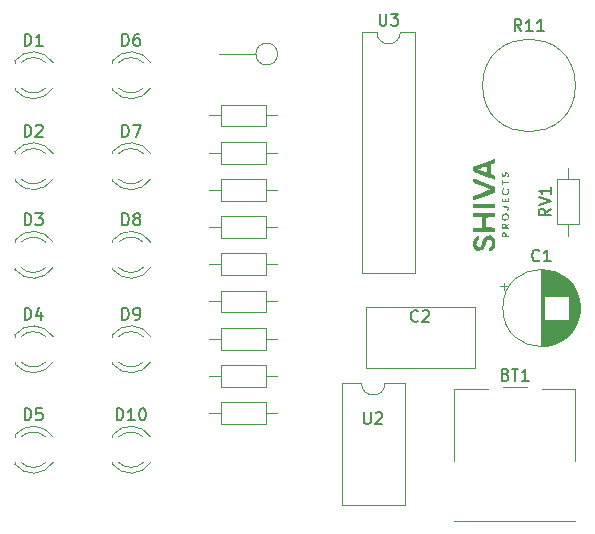
<source format=gbr>
%TF.GenerationSoftware,KiCad,Pcbnew,8.0.4*%
%TF.CreationDate,2025-07-19T03:21:48+10:00*%
%TF.ProjectId,new ki cad,6e657720-6b69-4206-9361-642e6b696361,rev?*%
%TF.SameCoordinates,Original*%
%TF.FileFunction,Legend,Top*%
%TF.FilePolarity,Positive*%
%FSLAX46Y46*%
G04 Gerber Fmt 4.6, Leading zero omitted, Abs format (unit mm)*
G04 Created by KiCad (PCBNEW 8.0.4) date 2025-07-19 03:21:48*
%MOMM*%
%LPD*%
G01*
G04 APERTURE LIST*
%ADD10C,0.150000*%
%ADD11C,0.120000*%
%ADD12C,0.000000*%
G04 APERTURE END LIST*
D10*
X140214285Y-86131009D02*
X140357142Y-86178628D01*
X140357142Y-86178628D02*
X140404761Y-86226247D01*
X140404761Y-86226247D02*
X140452380Y-86321485D01*
X140452380Y-86321485D02*
X140452380Y-86464342D01*
X140452380Y-86464342D02*
X140404761Y-86559580D01*
X140404761Y-86559580D02*
X140357142Y-86607200D01*
X140357142Y-86607200D02*
X140261904Y-86654819D01*
X140261904Y-86654819D02*
X139880952Y-86654819D01*
X139880952Y-86654819D02*
X139880952Y-85654819D01*
X139880952Y-85654819D02*
X140214285Y-85654819D01*
X140214285Y-85654819D02*
X140309523Y-85702438D01*
X140309523Y-85702438D02*
X140357142Y-85750057D01*
X140357142Y-85750057D02*
X140404761Y-85845295D01*
X140404761Y-85845295D02*
X140404761Y-85940533D01*
X140404761Y-85940533D02*
X140357142Y-86035771D01*
X140357142Y-86035771D02*
X140309523Y-86083390D01*
X140309523Y-86083390D02*
X140214285Y-86131009D01*
X140214285Y-86131009D02*
X139880952Y-86131009D01*
X140738095Y-85654819D02*
X141309523Y-85654819D01*
X141023809Y-86654819D02*
X141023809Y-85654819D01*
X142166666Y-86654819D02*
X141595238Y-86654819D01*
X141880952Y-86654819D02*
X141880952Y-85654819D01*
X141880952Y-85654819D02*
X141785714Y-85797676D01*
X141785714Y-85797676D02*
X141690476Y-85892914D01*
X141690476Y-85892914D02*
X141595238Y-85940533D01*
X143083333Y-76459580D02*
X143035714Y-76507200D01*
X143035714Y-76507200D02*
X142892857Y-76554819D01*
X142892857Y-76554819D02*
X142797619Y-76554819D01*
X142797619Y-76554819D02*
X142654762Y-76507200D01*
X142654762Y-76507200D02*
X142559524Y-76411961D01*
X142559524Y-76411961D02*
X142511905Y-76316723D01*
X142511905Y-76316723D02*
X142464286Y-76126247D01*
X142464286Y-76126247D02*
X142464286Y-75983390D01*
X142464286Y-75983390D02*
X142511905Y-75792914D01*
X142511905Y-75792914D02*
X142559524Y-75697676D01*
X142559524Y-75697676D02*
X142654762Y-75602438D01*
X142654762Y-75602438D02*
X142797619Y-75554819D01*
X142797619Y-75554819D02*
X142892857Y-75554819D01*
X142892857Y-75554819D02*
X143035714Y-75602438D01*
X143035714Y-75602438D02*
X143083333Y-75650057D01*
X144035714Y-76554819D02*
X143464286Y-76554819D01*
X143750000Y-76554819D02*
X143750000Y-75554819D01*
X143750000Y-75554819D02*
X143654762Y-75697676D01*
X143654762Y-75697676D02*
X143559524Y-75792914D01*
X143559524Y-75792914D02*
X143464286Y-75840533D01*
X107756905Y-65994819D02*
X107756905Y-64994819D01*
X107756905Y-64994819D02*
X107995000Y-64994819D01*
X107995000Y-64994819D02*
X108137857Y-65042438D01*
X108137857Y-65042438D02*
X108233095Y-65137676D01*
X108233095Y-65137676D02*
X108280714Y-65232914D01*
X108280714Y-65232914D02*
X108328333Y-65423390D01*
X108328333Y-65423390D02*
X108328333Y-65566247D01*
X108328333Y-65566247D02*
X108280714Y-65756723D01*
X108280714Y-65756723D02*
X108233095Y-65851961D01*
X108233095Y-65851961D02*
X108137857Y-65947200D01*
X108137857Y-65947200D02*
X107995000Y-65994819D01*
X107995000Y-65994819D02*
X107756905Y-65994819D01*
X108661667Y-64994819D02*
X109328333Y-64994819D01*
X109328333Y-64994819D02*
X108899762Y-65994819D01*
X132803333Y-81579580D02*
X132755714Y-81627200D01*
X132755714Y-81627200D02*
X132612857Y-81674819D01*
X132612857Y-81674819D02*
X132517619Y-81674819D01*
X132517619Y-81674819D02*
X132374762Y-81627200D01*
X132374762Y-81627200D02*
X132279524Y-81531961D01*
X132279524Y-81531961D02*
X132231905Y-81436723D01*
X132231905Y-81436723D02*
X132184286Y-81246247D01*
X132184286Y-81246247D02*
X132184286Y-81103390D01*
X132184286Y-81103390D02*
X132231905Y-80912914D01*
X132231905Y-80912914D02*
X132279524Y-80817676D01*
X132279524Y-80817676D02*
X132374762Y-80722438D01*
X132374762Y-80722438D02*
X132517619Y-80674819D01*
X132517619Y-80674819D02*
X132612857Y-80674819D01*
X132612857Y-80674819D02*
X132755714Y-80722438D01*
X132755714Y-80722438D02*
X132803333Y-80770057D01*
X133184286Y-80770057D02*
X133231905Y-80722438D01*
X133231905Y-80722438D02*
X133327143Y-80674819D01*
X133327143Y-80674819D02*
X133565238Y-80674819D01*
X133565238Y-80674819D02*
X133660476Y-80722438D01*
X133660476Y-80722438D02*
X133708095Y-80770057D01*
X133708095Y-80770057D02*
X133755714Y-80865295D01*
X133755714Y-80865295D02*
X133755714Y-80960533D01*
X133755714Y-80960533D02*
X133708095Y-81103390D01*
X133708095Y-81103390D02*
X133136667Y-81674819D01*
X133136667Y-81674819D02*
X133755714Y-81674819D01*
X141557142Y-57054819D02*
X141223809Y-56578628D01*
X140985714Y-57054819D02*
X140985714Y-56054819D01*
X140985714Y-56054819D02*
X141366666Y-56054819D01*
X141366666Y-56054819D02*
X141461904Y-56102438D01*
X141461904Y-56102438D02*
X141509523Y-56150057D01*
X141509523Y-56150057D02*
X141557142Y-56245295D01*
X141557142Y-56245295D02*
X141557142Y-56388152D01*
X141557142Y-56388152D02*
X141509523Y-56483390D01*
X141509523Y-56483390D02*
X141461904Y-56531009D01*
X141461904Y-56531009D02*
X141366666Y-56578628D01*
X141366666Y-56578628D02*
X140985714Y-56578628D01*
X142509523Y-57054819D02*
X141938095Y-57054819D01*
X142223809Y-57054819D02*
X142223809Y-56054819D01*
X142223809Y-56054819D02*
X142128571Y-56197676D01*
X142128571Y-56197676D02*
X142033333Y-56292914D01*
X142033333Y-56292914D02*
X141938095Y-56340533D01*
X143461904Y-57054819D02*
X142890476Y-57054819D01*
X143176190Y-57054819D02*
X143176190Y-56054819D01*
X143176190Y-56054819D02*
X143080952Y-56197676D01*
X143080952Y-56197676D02*
X142985714Y-56292914D01*
X142985714Y-56292914D02*
X142890476Y-56340533D01*
X107756905Y-81494819D02*
X107756905Y-80494819D01*
X107756905Y-80494819D02*
X107995000Y-80494819D01*
X107995000Y-80494819D02*
X108137857Y-80542438D01*
X108137857Y-80542438D02*
X108233095Y-80637676D01*
X108233095Y-80637676D02*
X108280714Y-80732914D01*
X108280714Y-80732914D02*
X108328333Y-80923390D01*
X108328333Y-80923390D02*
X108328333Y-81066247D01*
X108328333Y-81066247D02*
X108280714Y-81256723D01*
X108280714Y-81256723D02*
X108233095Y-81351961D01*
X108233095Y-81351961D02*
X108137857Y-81447200D01*
X108137857Y-81447200D02*
X107995000Y-81494819D01*
X107995000Y-81494819D02*
X107756905Y-81494819D01*
X108804524Y-81494819D02*
X108995000Y-81494819D01*
X108995000Y-81494819D02*
X109090238Y-81447200D01*
X109090238Y-81447200D02*
X109137857Y-81399580D01*
X109137857Y-81399580D02*
X109233095Y-81256723D01*
X109233095Y-81256723D02*
X109280714Y-81066247D01*
X109280714Y-81066247D02*
X109280714Y-80685295D01*
X109280714Y-80685295D02*
X109233095Y-80590057D01*
X109233095Y-80590057D02*
X109185476Y-80542438D01*
X109185476Y-80542438D02*
X109090238Y-80494819D01*
X109090238Y-80494819D02*
X108899762Y-80494819D01*
X108899762Y-80494819D02*
X108804524Y-80542438D01*
X108804524Y-80542438D02*
X108756905Y-80590057D01*
X108756905Y-80590057D02*
X108709286Y-80685295D01*
X108709286Y-80685295D02*
X108709286Y-80923390D01*
X108709286Y-80923390D02*
X108756905Y-81018628D01*
X108756905Y-81018628D02*
X108804524Y-81066247D01*
X108804524Y-81066247D02*
X108899762Y-81113866D01*
X108899762Y-81113866D02*
X109090238Y-81113866D01*
X109090238Y-81113866D02*
X109185476Y-81066247D01*
X109185476Y-81066247D02*
X109233095Y-81018628D01*
X109233095Y-81018628D02*
X109280714Y-80923390D01*
X99491905Y-81494819D02*
X99491905Y-80494819D01*
X99491905Y-80494819D02*
X99730000Y-80494819D01*
X99730000Y-80494819D02*
X99872857Y-80542438D01*
X99872857Y-80542438D02*
X99968095Y-80637676D01*
X99968095Y-80637676D02*
X100015714Y-80732914D01*
X100015714Y-80732914D02*
X100063333Y-80923390D01*
X100063333Y-80923390D02*
X100063333Y-81066247D01*
X100063333Y-81066247D02*
X100015714Y-81256723D01*
X100015714Y-81256723D02*
X99968095Y-81351961D01*
X99968095Y-81351961D02*
X99872857Y-81447200D01*
X99872857Y-81447200D02*
X99730000Y-81494819D01*
X99730000Y-81494819D02*
X99491905Y-81494819D01*
X100920476Y-80828152D02*
X100920476Y-81494819D01*
X100682381Y-80447200D02*
X100444286Y-81161485D01*
X100444286Y-81161485D02*
X101063333Y-81161485D01*
X99491905Y-58294819D02*
X99491905Y-57294819D01*
X99491905Y-57294819D02*
X99730000Y-57294819D01*
X99730000Y-57294819D02*
X99872857Y-57342438D01*
X99872857Y-57342438D02*
X99968095Y-57437676D01*
X99968095Y-57437676D02*
X100015714Y-57532914D01*
X100015714Y-57532914D02*
X100063333Y-57723390D01*
X100063333Y-57723390D02*
X100063333Y-57866247D01*
X100063333Y-57866247D02*
X100015714Y-58056723D01*
X100015714Y-58056723D02*
X99968095Y-58151961D01*
X99968095Y-58151961D02*
X99872857Y-58247200D01*
X99872857Y-58247200D02*
X99730000Y-58294819D01*
X99730000Y-58294819D02*
X99491905Y-58294819D01*
X101015714Y-58294819D02*
X100444286Y-58294819D01*
X100730000Y-58294819D02*
X100730000Y-57294819D01*
X100730000Y-57294819D02*
X100634762Y-57437676D01*
X100634762Y-57437676D02*
X100539524Y-57532914D01*
X100539524Y-57532914D02*
X100444286Y-57580533D01*
X99491905Y-65994819D02*
X99491905Y-64994819D01*
X99491905Y-64994819D02*
X99730000Y-64994819D01*
X99730000Y-64994819D02*
X99872857Y-65042438D01*
X99872857Y-65042438D02*
X99968095Y-65137676D01*
X99968095Y-65137676D02*
X100015714Y-65232914D01*
X100015714Y-65232914D02*
X100063333Y-65423390D01*
X100063333Y-65423390D02*
X100063333Y-65566247D01*
X100063333Y-65566247D02*
X100015714Y-65756723D01*
X100015714Y-65756723D02*
X99968095Y-65851961D01*
X99968095Y-65851961D02*
X99872857Y-65947200D01*
X99872857Y-65947200D02*
X99730000Y-65994819D01*
X99730000Y-65994819D02*
X99491905Y-65994819D01*
X100444286Y-65090057D02*
X100491905Y-65042438D01*
X100491905Y-65042438D02*
X100587143Y-64994819D01*
X100587143Y-64994819D02*
X100825238Y-64994819D01*
X100825238Y-64994819D02*
X100920476Y-65042438D01*
X100920476Y-65042438D02*
X100968095Y-65090057D01*
X100968095Y-65090057D02*
X101015714Y-65185295D01*
X101015714Y-65185295D02*
X101015714Y-65280533D01*
X101015714Y-65280533D02*
X100968095Y-65423390D01*
X100968095Y-65423390D02*
X100396667Y-65994819D01*
X100396667Y-65994819D02*
X101015714Y-65994819D01*
X99491905Y-73494819D02*
X99491905Y-72494819D01*
X99491905Y-72494819D02*
X99730000Y-72494819D01*
X99730000Y-72494819D02*
X99872857Y-72542438D01*
X99872857Y-72542438D02*
X99968095Y-72637676D01*
X99968095Y-72637676D02*
X100015714Y-72732914D01*
X100015714Y-72732914D02*
X100063333Y-72923390D01*
X100063333Y-72923390D02*
X100063333Y-73066247D01*
X100063333Y-73066247D02*
X100015714Y-73256723D01*
X100015714Y-73256723D02*
X99968095Y-73351961D01*
X99968095Y-73351961D02*
X99872857Y-73447200D01*
X99872857Y-73447200D02*
X99730000Y-73494819D01*
X99730000Y-73494819D02*
X99491905Y-73494819D01*
X100396667Y-72494819D02*
X101015714Y-72494819D01*
X101015714Y-72494819D02*
X100682381Y-72875771D01*
X100682381Y-72875771D02*
X100825238Y-72875771D01*
X100825238Y-72875771D02*
X100920476Y-72923390D01*
X100920476Y-72923390D02*
X100968095Y-72971009D01*
X100968095Y-72971009D02*
X101015714Y-73066247D01*
X101015714Y-73066247D02*
X101015714Y-73304342D01*
X101015714Y-73304342D02*
X100968095Y-73399580D01*
X100968095Y-73399580D02*
X100920476Y-73447200D01*
X100920476Y-73447200D02*
X100825238Y-73494819D01*
X100825238Y-73494819D02*
X100539524Y-73494819D01*
X100539524Y-73494819D02*
X100444286Y-73447200D01*
X100444286Y-73447200D02*
X100396667Y-73399580D01*
X128208095Y-89314819D02*
X128208095Y-90124342D01*
X128208095Y-90124342D02*
X128255714Y-90219580D01*
X128255714Y-90219580D02*
X128303333Y-90267200D01*
X128303333Y-90267200D02*
X128398571Y-90314819D01*
X128398571Y-90314819D02*
X128589047Y-90314819D01*
X128589047Y-90314819D02*
X128684285Y-90267200D01*
X128684285Y-90267200D02*
X128731904Y-90219580D01*
X128731904Y-90219580D02*
X128779523Y-90124342D01*
X128779523Y-90124342D02*
X128779523Y-89314819D01*
X129208095Y-89410057D02*
X129255714Y-89362438D01*
X129255714Y-89362438D02*
X129350952Y-89314819D01*
X129350952Y-89314819D02*
X129589047Y-89314819D01*
X129589047Y-89314819D02*
X129684285Y-89362438D01*
X129684285Y-89362438D02*
X129731904Y-89410057D01*
X129731904Y-89410057D02*
X129779523Y-89505295D01*
X129779523Y-89505295D02*
X129779523Y-89600533D01*
X129779523Y-89600533D02*
X129731904Y-89743390D01*
X129731904Y-89743390D02*
X129160476Y-90314819D01*
X129160476Y-90314819D02*
X129779523Y-90314819D01*
X107756905Y-58294819D02*
X107756905Y-57294819D01*
X107756905Y-57294819D02*
X107995000Y-57294819D01*
X107995000Y-57294819D02*
X108137857Y-57342438D01*
X108137857Y-57342438D02*
X108233095Y-57437676D01*
X108233095Y-57437676D02*
X108280714Y-57532914D01*
X108280714Y-57532914D02*
X108328333Y-57723390D01*
X108328333Y-57723390D02*
X108328333Y-57866247D01*
X108328333Y-57866247D02*
X108280714Y-58056723D01*
X108280714Y-58056723D02*
X108233095Y-58151961D01*
X108233095Y-58151961D02*
X108137857Y-58247200D01*
X108137857Y-58247200D02*
X107995000Y-58294819D01*
X107995000Y-58294819D02*
X107756905Y-58294819D01*
X109185476Y-57294819D02*
X108995000Y-57294819D01*
X108995000Y-57294819D02*
X108899762Y-57342438D01*
X108899762Y-57342438D02*
X108852143Y-57390057D01*
X108852143Y-57390057D02*
X108756905Y-57532914D01*
X108756905Y-57532914D02*
X108709286Y-57723390D01*
X108709286Y-57723390D02*
X108709286Y-58104342D01*
X108709286Y-58104342D02*
X108756905Y-58199580D01*
X108756905Y-58199580D02*
X108804524Y-58247200D01*
X108804524Y-58247200D02*
X108899762Y-58294819D01*
X108899762Y-58294819D02*
X109090238Y-58294819D01*
X109090238Y-58294819D02*
X109185476Y-58247200D01*
X109185476Y-58247200D02*
X109233095Y-58199580D01*
X109233095Y-58199580D02*
X109280714Y-58104342D01*
X109280714Y-58104342D02*
X109280714Y-57866247D01*
X109280714Y-57866247D02*
X109233095Y-57771009D01*
X109233095Y-57771009D02*
X109185476Y-57723390D01*
X109185476Y-57723390D02*
X109090238Y-57675771D01*
X109090238Y-57675771D02*
X108899762Y-57675771D01*
X108899762Y-57675771D02*
X108804524Y-57723390D01*
X108804524Y-57723390D02*
X108756905Y-57771009D01*
X108756905Y-57771009D02*
X108709286Y-57866247D01*
X99491905Y-89994819D02*
X99491905Y-88994819D01*
X99491905Y-88994819D02*
X99730000Y-88994819D01*
X99730000Y-88994819D02*
X99872857Y-89042438D01*
X99872857Y-89042438D02*
X99968095Y-89137676D01*
X99968095Y-89137676D02*
X100015714Y-89232914D01*
X100015714Y-89232914D02*
X100063333Y-89423390D01*
X100063333Y-89423390D02*
X100063333Y-89566247D01*
X100063333Y-89566247D02*
X100015714Y-89756723D01*
X100015714Y-89756723D02*
X99968095Y-89851961D01*
X99968095Y-89851961D02*
X99872857Y-89947200D01*
X99872857Y-89947200D02*
X99730000Y-89994819D01*
X99730000Y-89994819D02*
X99491905Y-89994819D01*
X100968095Y-88994819D02*
X100491905Y-88994819D01*
X100491905Y-88994819D02*
X100444286Y-89471009D01*
X100444286Y-89471009D02*
X100491905Y-89423390D01*
X100491905Y-89423390D02*
X100587143Y-89375771D01*
X100587143Y-89375771D02*
X100825238Y-89375771D01*
X100825238Y-89375771D02*
X100920476Y-89423390D01*
X100920476Y-89423390D02*
X100968095Y-89471009D01*
X100968095Y-89471009D02*
X101015714Y-89566247D01*
X101015714Y-89566247D02*
X101015714Y-89804342D01*
X101015714Y-89804342D02*
X100968095Y-89899580D01*
X100968095Y-89899580D02*
X100920476Y-89947200D01*
X100920476Y-89947200D02*
X100825238Y-89994819D01*
X100825238Y-89994819D02*
X100587143Y-89994819D01*
X100587143Y-89994819D02*
X100491905Y-89947200D01*
X100491905Y-89947200D02*
X100444286Y-89899580D01*
X144034819Y-72095238D02*
X143558628Y-72428571D01*
X144034819Y-72666666D02*
X143034819Y-72666666D01*
X143034819Y-72666666D02*
X143034819Y-72285714D01*
X143034819Y-72285714D02*
X143082438Y-72190476D01*
X143082438Y-72190476D02*
X143130057Y-72142857D01*
X143130057Y-72142857D02*
X143225295Y-72095238D01*
X143225295Y-72095238D02*
X143368152Y-72095238D01*
X143368152Y-72095238D02*
X143463390Y-72142857D01*
X143463390Y-72142857D02*
X143511009Y-72190476D01*
X143511009Y-72190476D02*
X143558628Y-72285714D01*
X143558628Y-72285714D02*
X143558628Y-72666666D01*
X143034819Y-71809523D02*
X144034819Y-71476190D01*
X144034819Y-71476190D02*
X143034819Y-71142857D01*
X144034819Y-70285714D02*
X144034819Y-70857142D01*
X144034819Y-70571428D02*
X143034819Y-70571428D01*
X143034819Y-70571428D02*
X143177676Y-70666666D01*
X143177676Y-70666666D02*
X143272914Y-70761904D01*
X143272914Y-70761904D02*
X143320533Y-70857142D01*
X129548095Y-55584819D02*
X129548095Y-56394342D01*
X129548095Y-56394342D02*
X129595714Y-56489580D01*
X129595714Y-56489580D02*
X129643333Y-56537200D01*
X129643333Y-56537200D02*
X129738571Y-56584819D01*
X129738571Y-56584819D02*
X129929047Y-56584819D01*
X129929047Y-56584819D02*
X130024285Y-56537200D01*
X130024285Y-56537200D02*
X130071904Y-56489580D01*
X130071904Y-56489580D02*
X130119523Y-56394342D01*
X130119523Y-56394342D02*
X130119523Y-55584819D01*
X130500476Y-55584819D02*
X131119523Y-55584819D01*
X131119523Y-55584819D02*
X130786190Y-55965771D01*
X130786190Y-55965771D02*
X130929047Y-55965771D01*
X130929047Y-55965771D02*
X131024285Y-56013390D01*
X131024285Y-56013390D02*
X131071904Y-56061009D01*
X131071904Y-56061009D02*
X131119523Y-56156247D01*
X131119523Y-56156247D02*
X131119523Y-56394342D01*
X131119523Y-56394342D02*
X131071904Y-56489580D01*
X131071904Y-56489580D02*
X131024285Y-56537200D01*
X131024285Y-56537200D02*
X130929047Y-56584819D01*
X130929047Y-56584819D02*
X130643333Y-56584819D01*
X130643333Y-56584819D02*
X130548095Y-56537200D01*
X130548095Y-56537200D02*
X130500476Y-56489580D01*
X107756905Y-73494819D02*
X107756905Y-72494819D01*
X107756905Y-72494819D02*
X107995000Y-72494819D01*
X107995000Y-72494819D02*
X108137857Y-72542438D01*
X108137857Y-72542438D02*
X108233095Y-72637676D01*
X108233095Y-72637676D02*
X108280714Y-72732914D01*
X108280714Y-72732914D02*
X108328333Y-72923390D01*
X108328333Y-72923390D02*
X108328333Y-73066247D01*
X108328333Y-73066247D02*
X108280714Y-73256723D01*
X108280714Y-73256723D02*
X108233095Y-73351961D01*
X108233095Y-73351961D02*
X108137857Y-73447200D01*
X108137857Y-73447200D02*
X107995000Y-73494819D01*
X107995000Y-73494819D02*
X107756905Y-73494819D01*
X108899762Y-72923390D02*
X108804524Y-72875771D01*
X108804524Y-72875771D02*
X108756905Y-72828152D01*
X108756905Y-72828152D02*
X108709286Y-72732914D01*
X108709286Y-72732914D02*
X108709286Y-72685295D01*
X108709286Y-72685295D02*
X108756905Y-72590057D01*
X108756905Y-72590057D02*
X108804524Y-72542438D01*
X108804524Y-72542438D02*
X108899762Y-72494819D01*
X108899762Y-72494819D02*
X109090238Y-72494819D01*
X109090238Y-72494819D02*
X109185476Y-72542438D01*
X109185476Y-72542438D02*
X109233095Y-72590057D01*
X109233095Y-72590057D02*
X109280714Y-72685295D01*
X109280714Y-72685295D02*
X109280714Y-72732914D01*
X109280714Y-72732914D02*
X109233095Y-72828152D01*
X109233095Y-72828152D02*
X109185476Y-72875771D01*
X109185476Y-72875771D02*
X109090238Y-72923390D01*
X109090238Y-72923390D02*
X108899762Y-72923390D01*
X108899762Y-72923390D02*
X108804524Y-72971009D01*
X108804524Y-72971009D02*
X108756905Y-73018628D01*
X108756905Y-73018628D02*
X108709286Y-73113866D01*
X108709286Y-73113866D02*
X108709286Y-73304342D01*
X108709286Y-73304342D02*
X108756905Y-73399580D01*
X108756905Y-73399580D02*
X108804524Y-73447200D01*
X108804524Y-73447200D02*
X108899762Y-73494819D01*
X108899762Y-73494819D02*
X109090238Y-73494819D01*
X109090238Y-73494819D02*
X109185476Y-73447200D01*
X109185476Y-73447200D02*
X109233095Y-73399580D01*
X109233095Y-73399580D02*
X109280714Y-73304342D01*
X109280714Y-73304342D02*
X109280714Y-73113866D01*
X109280714Y-73113866D02*
X109233095Y-73018628D01*
X109233095Y-73018628D02*
X109185476Y-72971009D01*
X109185476Y-72971009D02*
X109090238Y-72923390D01*
X107280714Y-89994819D02*
X107280714Y-88994819D01*
X107280714Y-88994819D02*
X107518809Y-88994819D01*
X107518809Y-88994819D02*
X107661666Y-89042438D01*
X107661666Y-89042438D02*
X107756904Y-89137676D01*
X107756904Y-89137676D02*
X107804523Y-89232914D01*
X107804523Y-89232914D02*
X107852142Y-89423390D01*
X107852142Y-89423390D02*
X107852142Y-89566247D01*
X107852142Y-89566247D02*
X107804523Y-89756723D01*
X107804523Y-89756723D02*
X107756904Y-89851961D01*
X107756904Y-89851961D02*
X107661666Y-89947200D01*
X107661666Y-89947200D02*
X107518809Y-89994819D01*
X107518809Y-89994819D02*
X107280714Y-89994819D01*
X108804523Y-89994819D02*
X108233095Y-89994819D01*
X108518809Y-89994819D02*
X108518809Y-88994819D01*
X108518809Y-88994819D02*
X108423571Y-89137676D01*
X108423571Y-89137676D02*
X108328333Y-89232914D01*
X108328333Y-89232914D02*
X108233095Y-89280533D01*
X109423571Y-88994819D02*
X109518809Y-88994819D01*
X109518809Y-88994819D02*
X109614047Y-89042438D01*
X109614047Y-89042438D02*
X109661666Y-89090057D01*
X109661666Y-89090057D02*
X109709285Y-89185295D01*
X109709285Y-89185295D02*
X109756904Y-89375771D01*
X109756904Y-89375771D02*
X109756904Y-89613866D01*
X109756904Y-89613866D02*
X109709285Y-89804342D01*
X109709285Y-89804342D02*
X109661666Y-89899580D01*
X109661666Y-89899580D02*
X109614047Y-89947200D01*
X109614047Y-89947200D02*
X109518809Y-89994819D01*
X109518809Y-89994819D02*
X109423571Y-89994819D01*
X109423571Y-89994819D02*
X109328333Y-89947200D01*
X109328333Y-89947200D02*
X109280714Y-89899580D01*
X109280714Y-89899580D02*
X109233095Y-89804342D01*
X109233095Y-89804342D02*
X109185476Y-89613866D01*
X109185476Y-89613866D02*
X109185476Y-89375771D01*
X109185476Y-89375771D02*
X109233095Y-89185295D01*
X109233095Y-89185295D02*
X109280714Y-89090057D01*
X109280714Y-89090057D02*
X109328333Y-89042438D01*
X109328333Y-89042438D02*
X109423571Y-88994819D01*
D11*
%TO.C,BT1*%
X135890000Y-87390000D02*
X138700000Y-87390000D01*
X135890000Y-93450000D02*
X135890000Y-87390000D01*
X140000000Y-87200000D02*
X142000000Y-87200000D01*
X143300000Y-87390000D02*
X146110000Y-87390000D01*
X146110000Y-87390000D02*
X146110000Y-93450000D01*
X146110000Y-98500000D02*
X135890000Y-98500000D01*
%TO.C,R6*%
X115130000Y-76800000D02*
X116080000Y-76800000D01*
X116080000Y-75880000D02*
X116080000Y-77720000D01*
X116080000Y-77720000D02*
X119920000Y-77720000D01*
X119920000Y-75880000D02*
X116080000Y-75880000D01*
X119920000Y-77720000D02*
X119920000Y-75880000D01*
X120870000Y-76800000D02*
X119920000Y-76800000D01*
%TO.C,R8*%
X115130000Y-70500000D02*
X116080000Y-70500000D01*
X116080000Y-69580000D02*
X116080000Y-71420000D01*
X116080000Y-71420000D02*
X119920000Y-71420000D01*
X119920000Y-69580000D02*
X116080000Y-69580000D01*
X119920000Y-71420000D02*
X119920000Y-69580000D01*
X120870000Y-70500000D02*
X119920000Y-70500000D01*
%TO.C,R5*%
X115130000Y-79950000D02*
X116080000Y-79950000D01*
X116080000Y-79030000D02*
X116080000Y-80870000D01*
X116080000Y-80870000D02*
X119920000Y-80870000D01*
X119920000Y-79030000D02*
X116080000Y-79030000D01*
X119920000Y-80870000D02*
X119920000Y-79030000D01*
X120870000Y-79950000D02*
X119920000Y-79950000D01*
%TO.C,R10*%
X115130000Y-64200000D02*
X116080000Y-64200000D01*
X116080000Y-63280000D02*
X116080000Y-65120000D01*
X116080000Y-65120000D02*
X119920000Y-65120000D01*
X119920000Y-63280000D02*
X116080000Y-63280000D01*
X119920000Y-65120000D02*
X119920000Y-63280000D01*
X120870000Y-64200000D02*
X119920000Y-64200000D01*
%TO.C,C1*%
X139749759Y-78661000D02*
X140379759Y-78661000D01*
X140064759Y-78346000D02*
X140064759Y-78976000D01*
X143250000Y-77270000D02*
X143250000Y-83730000D01*
X143290000Y-77270000D02*
X143290000Y-83730000D01*
X143330000Y-77270000D02*
X143330000Y-83730000D01*
X143370000Y-77272000D02*
X143370000Y-83728000D01*
X143410000Y-77273000D02*
X143410000Y-83727000D01*
X143450000Y-77276000D02*
X143450000Y-83724000D01*
X143490000Y-77278000D02*
X143490000Y-79460000D01*
X143490000Y-81540000D02*
X143490000Y-83722000D01*
X143530000Y-77282000D02*
X143530000Y-79460000D01*
X143530000Y-81540000D02*
X143530000Y-83718000D01*
X143570000Y-77285000D02*
X143570000Y-79460000D01*
X143570000Y-81540000D02*
X143570000Y-83715000D01*
X143610000Y-77289000D02*
X143610000Y-79460000D01*
X143610000Y-81540000D02*
X143610000Y-83711000D01*
X143650000Y-77294000D02*
X143650000Y-79460000D01*
X143650000Y-81540000D02*
X143650000Y-83706000D01*
X143690000Y-77299000D02*
X143690000Y-79460000D01*
X143690000Y-81540000D02*
X143690000Y-83701000D01*
X143730000Y-77305000D02*
X143730000Y-79460000D01*
X143730000Y-81540000D02*
X143730000Y-83695000D01*
X143770000Y-77311000D02*
X143770000Y-79460000D01*
X143770000Y-81540000D02*
X143770000Y-83689000D01*
X143810000Y-77318000D02*
X143810000Y-79460000D01*
X143810000Y-81540000D02*
X143810000Y-83682000D01*
X143850000Y-77325000D02*
X143850000Y-79460000D01*
X143850000Y-81540000D02*
X143850000Y-83675000D01*
X143890000Y-77333000D02*
X143890000Y-79460000D01*
X143890000Y-81540000D02*
X143890000Y-83667000D01*
X143930000Y-77341000D02*
X143930000Y-79460000D01*
X143930000Y-81540000D02*
X143930000Y-83659000D01*
X143971000Y-77350000D02*
X143971000Y-79460000D01*
X143971000Y-81540000D02*
X143971000Y-83650000D01*
X144011000Y-77359000D02*
X144011000Y-79460000D01*
X144011000Y-81540000D02*
X144011000Y-83641000D01*
X144051000Y-77369000D02*
X144051000Y-79460000D01*
X144051000Y-81540000D02*
X144051000Y-83631000D01*
X144091000Y-77379000D02*
X144091000Y-79460000D01*
X144091000Y-81540000D02*
X144091000Y-83621000D01*
X144131000Y-77390000D02*
X144131000Y-79460000D01*
X144131000Y-81540000D02*
X144131000Y-83610000D01*
X144171000Y-77402000D02*
X144171000Y-79460000D01*
X144171000Y-81540000D02*
X144171000Y-83598000D01*
X144211000Y-77414000D02*
X144211000Y-79460000D01*
X144211000Y-81540000D02*
X144211000Y-83586000D01*
X144251000Y-77426000D02*
X144251000Y-79460000D01*
X144251000Y-81540000D02*
X144251000Y-83574000D01*
X144291000Y-77439000D02*
X144291000Y-79460000D01*
X144291000Y-81540000D02*
X144291000Y-83561000D01*
X144331000Y-77453000D02*
X144331000Y-79460000D01*
X144331000Y-81540000D02*
X144331000Y-83547000D01*
X144371000Y-77467000D02*
X144371000Y-79460000D01*
X144371000Y-81540000D02*
X144371000Y-83533000D01*
X144411000Y-77482000D02*
X144411000Y-79460000D01*
X144411000Y-81540000D02*
X144411000Y-83518000D01*
X144451000Y-77498000D02*
X144451000Y-79460000D01*
X144451000Y-81540000D02*
X144451000Y-83502000D01*
X144491000Y-77514000D02*
X144491000Y-79460000D01*
X144491000Y-81540000D02*
X144491000Y-83486000D01*
X144531000Y-77530000D02*
X144531000Y-79460000D01*
X144531000Y-81540000D02*
X144531000Y-83470000D01*
X144571000Y-77548000D02*
X144571000Y-79460000D01*
X144571000Y-81540000D02*
X144571000Y-83452000D01*
X144611000Y-77566000D02*
X144611000Y-79460000D01*
X144611000Y-81540000D02*
X144611000Y-83434000D01*
X144651000Y-77584000D02*
X144651000Y-79460000D01*
X144651000Y-81540000D02*
X144651000Y-83416000D01*
X144691000Y-77604000D02*
X144691000Y-79460000D01*
X144691000Y-81540000D02*
X144691000Y-83396000D01*
X144731000Y-77624000D02*
X144731000Y-79460000D01*
X144731000Y-81540000D02*
X144731000Y-83376000D01*
X144771000Y-77644000D02*
X144771000Y-79460000D01*
X144771000Y-81540000D02*
X144771000Y-83356000D01*
X144811000Y-77666000D02*
X144811000Y-79460000D01*
X144811000Y-81540000D02*
X144811000Y-83334000D01*
X144851000Y-77688000D02*
X144851000Y-79460000D01*
X144851000Y-81540000D02*
X144851000Y-83312000D01*
X144891000Y-77710000D02*
X144891000Y-79460000D01*
X144891000Y-81540000D02*
X144891000Y-83290000D01*
X144931000Y-77734000D02*
X144931000Y-79460000D01*
X144931000Y-81540000D02*
X144931000Y-83266000D01*
X144971000Y-77758000D02*
X144971000Y-79460000D01*
X144971000Y-81540000D02*
X144971000Y-83242000D01*
X145011000Y-77784000D02*
X145011000Y-79460000D01*
X145011000Y-81540000D02*
X145011000Y-83216000D01*
X145051000Y-77810000D02*
X145051000Y-79460000D01*
X145051000Y-81540000D02*
X145051000Y-83190000D01*
X145091000Y-77836000D02*
X145091000Y-79460000D01*
X145091000Y-81540000D02*
X145091000Y-83164000D01*
X145131000Y-77864000D02*
X145131000Y-79460000D01*
X145131000Y-81540000D02*
X145131000Y-83136000D01*
X145171000Y-77893000D02*
X145171000Y-79460000D01*
X145171000Y-81540000D02*
X145171000Y-83107000D01*
X145211000Y-77922000D02*
X145211000Y-79460000D01*
X145211000Y-81540000D02*
X145211000Y-83078000D01*
X145251000Y-77952000D02*
X145251000Y-79460000D01*
X145251000Y-81540000D02*
X145251000Y-83048000D01*
X145291000Y-77984000D02*
X145291000Y-79460000D01*
X145291000Y-81540000D02*
X145291000Y-83016000D01*
X145331000Y-78016000D02*
X145331000Y-79460000D01*
X145331000Y-81540000D02*
X145331000Y-82984000D01*
X145371000Y-78050000D02*
X145371000Y-79460000D01*
X145371000Y-81540000D02*
X145371000Y-82950000D01*
X145411000Y-78084000D02*
X145411000Y-79460000D01*
X145411000Y-81540000D02*
X145411000Y-82916000D01*
X145451000Y-78120000D02*
X145451000Y-79460000D01*
X145451000Y-81540000D02*
X145451000Y-82880000D01*
X145491000Y-78157000D02*
X145491000Y-79460000D01*
X145491000Y-81540000D02*
X145491000Y-82843000D01*
X145531000Y-78195000D02*
X145531000Y-79460000D01*
X145531000Y-81540000D02*
X145531000Y-82805000D01*
X145571000Y-78235000D02*
X145571000Y-82765000D01*
X145611000Y-78276000D02*
X145611000Y-82724000D01*
X145651000Y-78318000D02*
X145651000Y-82682000D01*
X145691000Y-78363000D02*
X145691000Y-82637000D01*
X145731000Y-78408000D02*
X145731000Y-82592000D01*
X145771000Y-78456000D02*
X145771000Y-82544000D01*
X145811000Y-78505000D02*
X145811000Y-82495000D01*
X145851000Y-78556000D02*
X145851000Y-82444000D01*
X145891000Y-78610000D02*
X145891000Y-82390000D01*
X145931000Y-78666000D02*
X145931000Y-82334000D01*
X145971000Y-78724000D02*
X145971000Y-82276000D01*
X146011000Y-78786000D02*
X146011000Y-82214000D01*
X146051000Y-78850000D02*
X146051000Y-82150000D01*
X146091000Y-78919000D02*
X146091000Y-82081000D01*
X146131000Y-78991000D02*
X146131000Y-82009000D01*
X146171000Y-79068000D02*
X146171000Y-81932000D01*
X146211000Y-79150000D02*
X146211000Y-81850000D01*
X146251000Y-79238000D02*
X146251000Y-81762000D01*
X146291000Y-79335000D02*
X146291000Y-81665000D01*
X146331000Y-79441000D02*
X146331000Y-81559000D01*
X146371000Y-79560000D02*
X146371000Y-81440000D01*
X146411000Y-79698000D02*
X146411000Y-81302000D01*
X146451000Y-79867000D02*
X146451000Y-81133000D01*
X146491000Y-80098000D02*
X146491000Y-80902000D01*
X146520000Y-80500000D02*
G75*
G02*
X139980000Y-80500000I-3270000J0D01*
G01*
X139980000Y-80500000D02*
G75*
G02*
X146520000Y-80500000I3270000J0D01*
G01*
%TO.C,R3*%
X115130000Y-86250000D02*
X116080000Y-86250000D01*
X116080000Y-85330000D02*
X116080000Y-87170000D01*
X116080000Y-87170000D02*
X119920000Y-87170000D01*
X119920000Y-85330000D02*
X116080000Y-85330000D01*
X119920000Y-87170000D02*
X119920000Y-85330000D01*
X120870000Y-86250000D02*
X119920000Y-86250000D01*
%TO.C,D7*%
X106935000Y-67264000D02*
X106935000Y-67420000D01*
X106935000Y-69580000D02*
X106935000Y-69736000D01*
X106935000Y-67264484D02*
G75*
G02*
X110167335Y-67421392I1560000J-1235516D01*
G01*
X107454039Y-67420000D02*
G75*
G02*
X109536130Y-67420163I1040961J-1080000D01*
G01*
X109536130Y-69579837D02*
G75*
G02*
X107454039Y-69580000I-1041130J1079837D01*
G01*
X110167335Y-69578608D02*
G75*
G02*
X106935000Y-69735516I-1672335J1078608D01*
G01*
%TO.C,C2*%
X128380000Y-80380000D02*
X128380000Y-85620000D01*
X128380000Y-80380000D02*
X137620000Y-80380000D01*
X128380000Y-85620000D02*
X137620000Y-85620000D01*
X137620000Y-80380000D02*
X137620000Y-85620000D01*
%TO.C,R11*%
X146130000Y-61660000D02*
G75*
G02*
X138270000Y-61660000I-3930000J0D01*
G01*
X138270000Y-61660000D02*
G75*
G02*
X146130000Y-61660000I3930000J0D01*
G01*
%TO.C,R1*%
X115130000Y-89400000D02*
X116080000Y-89400000D01*
X116080000Y-88480000D02*
X116080000Y-90320000D01*
X116080000Y-90320000D02*
X119920000Y-90320000D01*
X119920000Y-88480000D02*
X116080000Y-88480000D01*
X119920000Y-90320000D02*
X119920000Y-88480000D01*
X120870000Y-89400000D02*
X119920000Y-89400000D01*
%TO.C,D9*%
X106935000Y-82764000D02*
X106935000Y-82920000D01*
X106935000Y-85080000D02*
X106935000Y-85236000D01*
X106935000Y-82764484D02*
G75*
G02*
X110167335Y-82921392I1560000J-1235516D01*
G01*
X107454039Y-82920000D02*
G75*
G02*
X109536130Y-82920163I1040961J-1080000D01*
G01*
X109536130Y-85079837D02*
G75*
G02*
X107454039Y-85080000I-1041130J1079837D01*
G01*
X110167335Y-85078608D02*
G75*
G02*
X106935000Y-85235516I-1672335J1078608D01*
G01*
%TO.C,D4*%
X98670000Y-82764000D02*
X98670000Y-82920000D01*
X98670000Y-85080000D02*
X98670000Y-85236000D01*
X98670000Y-82764484D02*
G75*
G02*
X101902335Y-82921392I1560000J-1235516D01*
G01*
X99189039Y-82920000D02*
G75*
G02*
X101271130Y-82920163I1040961J-1080000D01*
G01*
X101271130Y-85079837D02*
G75*
G02*
X99189039Y-85080000I-1041130J1079837D01*
G01*
X101902335Y-85078608D02*
G75*
G02*
X98670000Y-85235516I-1672335J1078608D01*
G01*
%TO.C,D1*%
X98670000Y-59564000D02*
X98670000Y-59720000D01*
X98670000Y-61880000D02*
X98670000Y-62036000D01*
X98670000Y-59564484D02*
G75*
G02*
X101902335Y-59721392I1560000J-1235516D01*
G01*
X99189039Y-59720000D02*
G75*
G02*
X101271130Y-59720163I1040961J-1080000D01*
G01*
X101271130Y-61879837D02*
G75*
G02*
X99189039Y-61880000I-1041130J1079837D01*
G01*
X101902335Y-61878608D02*
G75*
G02*
X98670000Y-62035516I-1672335J1078608D01*
G01*
%TO.C,R4*%
X115130000Y-83100000D02*
X116080000Y-83100000D01*
X116080000Y-82180000D02*
X116080000Y-84020000D01*
X116080000Y-84020000D02*
X119920000Y-84020000D01*
X119920000Y-82180000D02*
X116080000Y-82180000D01*
X119920000Y-84020000D02*
X119920000Y-82180000D01*
X120870000Y-83100000D02*
X119920000Y-83100000D01*
%TO.C,D2*%
X98670000Y-67264000D02*
X98670000Y-67420000D01*
X98670000Y-69580000D02*
X98670000Y-69736000D01*
X98670000Y-67264484D02*
G75*
G02*
X101902335Y-67421392I1560000J-1235516D01*
G01*
X99189039Y-67420000D02*
G75*
G02*
X101271130Y-67420163I1040961J-1080000D01*
G01*
X101271130Y-69579837D02*
G75*
G02*
X99189039Y-69580000I-1041130J1079837D01*
G01*
X101902335Y-69578608D02*
G75*
G02*
X98670000Y-69735516I-1672335J1078608D01*
G01*
%TO.C,D3*%
X98670000Y-74764000D02*
X98670000Y-74920000D01*
X98670000Y-77080000D02*
X98670000Y-77236000D01*
X98670000Y-74764484D02*
G75*
G02*
X101902335Y-74921392I1560000J-1235516D01*
G01*
X99189039Y-74920000D02*
G75*
G02*
X101271130Y-74920163I1040961J-1080000D01*
G01*
X101271130Y-77079837D02*
G75*
G02*
X99189039Y-77080000I-1041130J1079837D01*
G01*
X101902335Y-77078608D02*
G75*
G02*
X98670000Y-77235516I-1672335J1078608D01*
G01*
%TO.C,U2*%
X126360000Y-86870000D02*
X126360000Y-97150000D01*
X126360000Y-97150000D02*
X131660000Y-97150000D01*
X128010000Y-86870000D02*
X126360000Y-86870000D01*
X131660000Y-86870000D02*
X130010000Y-86870000D01*
X131660000Y-97150000D02*
X131660000Y-86870000D01*
X130010000Y-86870000D02*
G75*
G02*
X128010000Y-86870000I-1000000J0D01*
G01*
%TO.C,D6*%
X106935000Y-59564000D02*
X106935000Y-59720000D01*
X106935000Y-61880000D02*
X106935000Y-62036000D01*
X106935000Y-59564484D02*
G75*
G02*
X110167335Y-59721392I1560000J-1235516D01*
G01*
X107454039Y-59720000D02*
G75*
G02*
X109536130Y-59720163I1040961J-1080000D01*
G01*
X109536130Y-61879837D02*
G75*
G02*
X107454039Y-61880000I-1041130J1079837D01*
G01*
X110167335Y-61878608D02*
G75*
G02*
X106935000Y-62035516I-1672335J1078608D01*
G01*
%TO.C,D5*%
X98670000Y-91264000D02*
X98670000Y-91420000D01*
X98670000Y-93580000D02*
X98670000Y-93736000D01*
X98670000Y-91264484D02*
G75*
G02*
X101902335Y-91421392I1560000J-1235516D01*
G01*
X99189039Y-91420000D02*
G75*
G02*
X101271130Y-91420163I1040961J-1080000D01*
G01*
X101271130Y-93579837D02*
G75*
G02*
X99189039Y-93580000I-1041130J1079837D01*
G01*
X101902335Y-93578608D02*
G75*
G02*
X98670000Y-93735516I-1672335J1078608D01*
G01*
%TO.C,RV1*%
X144580000Y-69580000D02*
X144580000Y-73420000D01*
X144580000Y-73420000D02*
X146420000Y-73420000D01*
X145500000Y-68630000D02*
X145500000Y-69580000D01*
X145500000Y-74370000D02*
X145500000Y-73420000D01*
X146420000Y-69580000D02*
X144580000Y-69580000D01*
X146420000Y-73420000D02*
X146420000Y-69580000D01*
%TO.C,U3*%
X128060000Y-57130000D02*
X128060000Y-77570000D01*
X128060000Y-77570000D02*
X132560000Y-77570000D01*
X129310000Y-57130000D02*
X128060000Y-57130000D01*
X132560000Y-57130000D02*
X131310000Y-57130000D01*
X132560000Y-77570000D02*
X132560000Y-57130000D01*
X131310000Y-57130000D02*
G75*
G02*
X129310000Y-57130000I-1000000J0D01*
G01*
%TO.C,R2*%
X120910000Y-59000000D02*
G75*
G02*
X119070000Y-59000000I-920000J0D01*
G01*
X119070000Y-59000000D02*
G75*
G02*
X120910000Y-59000000I920000J0D01*
G01*
X119070000Y-59000000D02*
X115910000Y-59000000D01*
%TO.C,D8*%
X106935000Y-74764000D02*
X106935000Y-74920000D01*
X106935000Y-77080000D02*
X106935000Y-77236000D01*
X106935000Y-74764484D02*
G75*
G02*
X110167335Y-74921392I1560000J-1235516D01*
G01*
X107454039Y-74920000D02*
G75*
G02*
X109536130Y-74920163I1040961J-1080000D01*
G01*
X109536130Y-77079837D02*
G75*
G02*
X107454039Y-77080000I-1041130J1079837D01*
G01*
X110167335Y-77078608D02*
G75*
G02*
X106935000Y-77235516I-1672335J1078608D01*
G01*
%TO.C,R7*%
X115130000Y-73650000D02*
X116080000Y-73650000D01*
X116080000Y-72730000D02*
X116080000Y-74570000D01*
X116080000Y-74570000D02*
X119920000Y-74570000D01*
X119920000Y-72730000D02*
X116080000Y-72730000D01*
X119920000Y-74570000D02*
X119920000Y-72730000D01*
X120870000Y-73650000D02*
X119920000Y-73650000D01*
%TO.C,R9*%
X115130000Y-67350000D02*
X116080000Y-67350000D01*
X116080000Y-66430000D02*
X116080000Y-68270000D01*
X116080000Y-68270000D02*
X119920000Y-68270000D01*
X119920000Y-66430000D02*
X116080000Y-66430000D01*
X119920000Y-68270000D02*
X119920000Y-66430000D01*
X120870000Y-67350000D02*
X119920000Y-67350000D01*
%TO.C,D10*%
X106935000Y-91264000D02*
X106935000Y-91420000D01*
X106935000Y-93580000D02*
X106935000Y-93736000D01*
X106935000Y-91264484D02*
G75*
G02*
X110167335Y-91421392I1560000J-1235516D01*
G01*
X107454039Y-91420000D02*
G75*
G02*
X109536130Y-91420163I1040961J-1080000D01*
G01*
X109536130Y-93579837D02*
G75*
G02*
X107454039Y-93580000I-1041130J1079837D01*
G01*
X110167335Y-93578608D02*
G75*
G02*
X106935000Y-93735516I-1672335J1078608D01*
G01*
D12*
%TO.C,G\u002A\u002A\u002A*%
G36*
X140195560Y-74095140D02*
G01*
X140275848Y-74175662D01*
X140299134Y-74271729D01*
X140318061Y-74341625D01*
X140387872Y-74370689D01*
X140399417Y-74372224D01*
X140479155Y-74396698D01*
X140515099Y-74430994D01*
X140502736Y-74454976D01*
X140440268Y-74469761D01*
X140318257Y-74476793D01*
X140208465Y-74477892D01*
X140115556Y-74477892D01*
X139886431Y-74477892D01*
X139886431Y-74344111D01*
X139895010Y-74272326D01*
X139981717Y-74272326D01*
X140007460Y-74333199D01*
X140090289Y-74364142D01*
X140115556Y-74365337D01*
X140201061Y-74345106D01*
X140222674Y-74290836D01*
X140177519Y-74212163D01*
X140165140Y-74199184D01*
X140109640Y-74149786D01*
X140070456Y-74153092D01*
X140022020Y-74197590D01*
X139981717Y-74272326D01*
X139895010Y-74272326D01*
X139904780Y-74190579D01*
X139961586Y-74099028D01*
X140059492Y-74065504D01*
X140072664Y-74065189D01*
X140195560Y-74095140D01*
G37*
G36*
X140196374Y-73388910D02*
G01*
X140229561Y-73413561D01*
X140284086Y-73452970D01*
X140334751Y-73446897D01*
X140390649Y-73413561D01*
X140474239Y-73363905D01*
X140513729Y-73359146D01*
X140524208Y-73398059D01*
X140524245Y-73402708D01*
X140493961Y-73451077D01*
X140418653Y-73508951D01*
X140392691Y-73523924D01*
X140300237Y-73587265D01*
X140280729Y-73636927D01*
X140333995Y-73670755D01*
X140405199Y-73683002D01*
X140500094Y-73704618D01*
X140522315Y-73743771D01*
X140499233Y-73777548D01*
X140452249Y-73789374D01*
X140350276Y-73798183D01*
X140213350Y-73802403D01*
X140180326Y-73802560D01*
X140160821Y-73802560D01*
X139886431Y-73802560D01*
X139886431Y-73650020D01*
X139892277Y-73577449D01*
X139980227Y-73577449D01*
X139996145Y-73648835D01*
X140058339Y-73679321D01*
X140086161Y-73683383D01*
X140160821Y-73684056D01*
X140183468Y-73647224D01*
X140179958Y-73589587D01*
X140156862Y-73511023D01*
X140098771Y-73484640D01*
X140074024Y-73483653D01*
X140002625Y-73499149D01*
X139980623Y-73560164D01*
X139980227Y-73577449D01*
X139892277Y-73577449D01*
X139895846Y-73533137D01*
X139919104Y-73438365D01*
X139925270Y-73424909D01*
X139993491Y-73367378D01*
X140093501Y-73355019D01*
X140196374Y-73388910D01*
G37*
G36*
X140309573Y-72488010D02*
G01*
X140416613Y-72555600D01*
X140490708Y-72656629D01*
X140520971Y-72777815D01*
X140496519Y-72905879D01*
X140439829Y-72993861D01*
X140315885Y-73090138D01*
X140195784Y-73112030D01*
X140182450Y-73114460D01*
X140048788Y-73065891D01*
X140010308Y-73037200D01*
X139912161Y-72935035D01*
X139875162Y-72832064D01*
X139877396Y-72812657D01*
X139971504Y-72812657D01*
X140009754Y-72910596D01*
X140089996Y-72977548D01*
X140195784Y-73000441D01*
X140310673Y-72966204D01*
X140321866Y-72959242D01*
X140396786Y-72872122D01*
X140412280Y-72764909D01*
X140368625Y-72662969D01*
X140318167Y-72617457D01*
X140199750Y-72576115D01*
X140087019Y-72597383D01*
X140002702Y-72675737D01*
X139991688Y-72696800D01*
X139971504Y-72812657D01*
X139877396Y-72812657D01*
X139890246Y-72701013D01*
X139893862Y-72686858D01*
X139963230Y-72562923D01*
X140040194Y-72506265D01*
X140180472Y-72467138D01*
X140309573Y-72488010D01*
G37*
G36*
X140253811Y-71888866D02*
G01*
X140371071Y-71899488D01*
X140455588Y-71919871D01*
X140479223Y-71934140D01*
X140520780Y-72022636D01*
X140507437Y-72126546D01*
X140455634Y-72202210D01*
X140381254Y-72256807D01*
X140343765Y-72249585D01*
X140336653Y-72208025D01*
X140356912Y-72158097D01*
X140374171Y-72151748D01*
X140405527Y-72123551D01*
X140409588Y-72064085D01*
X140388653Y-72011037D01*
X140364792Y-71997943D01*
X140303381Y-71995596D01*
X140194402Y-71993470D01*
X140102162Y-71992403D01*
X139969414Y-71985359D01*
X139901176Y-71965457D01*
X139886431Y-71939856D01*
X139920119Y-71913501D01*
X140006881Y-71896080D01*
X140125263Y-71887799D01*
X140253811Y-71888866D01*
G37*
G36*
X140504663Y-71198884D02*
G01*
X140521296Y-71274924D01*
X140524245Y-71363860D01*
X140524245Y-71551452D01*
X140205338Y-71551452D01*
X139886431Y-71551452D01*
X139886431Y-71363860D01*
X139894928Y-71245501D01*
X139915364Y-71185790D01*
X139940159Y-71189053D01*
X139961735Y-71259618D01*
X139968583Y-71316962D01*
X139985118Y-71412703D01*
X140020955Y-71452640D01*
X140055264Y-71457656D01*
X140111504Y-71438030D01*
X140138156Y-71367320D01*
X140142058Y-71335721D01*
X140158893Y-71252673D01*
X140184108Y-71214123D01*
X140186579Y-71213786D01*
X140212062Y-71246640D01*
X140230134Y-71326646D01*
X140231100Y-71335721D01*
X140251693Y-71424036D01*
X140298314Y-71456265D01*
X140317894Y-71457656D01*
X140370292Y-71441510D01*
X140396640Y-71380514D01*
X140404575Y-71316962D01*
X140426929Y-71212275D01*
X140469973Y-71176268D01*
X140470232Y-71176267D01*
X140504663Y-71198884D01*
G37*
G36*
X140066872Y-70365562D02*
G01*
X140060771Y-70420686D01*
X140014581Y-70511522D01*
X139989846Y-70548157D01*
X139963289Y-70635220D01*
X139994206Y-70718085D01*
X140065360Y-70785598D01*
X140159511Y-70826602D01*
X140259420Y-70829942D01*
X140347849Y-70784464D01*
X140350706Y-70781670D01*
X140397742Y-70694735D01*
X140409806Y-70586156D01*
X140384577Y-70493027D01*
X140369950Y-70474203D01*
X140340398Y-70413579D01*
X140342244Y-70390364D01*
X140373426Y-70365218D01*
X140419783Y-70393829D01*
X140467744Y-70460643D01*
X140503736Y-70550105D01*
X140510969Y-70583734D01*
X140517669Y-70682355D01*
X140489387Y-70756849D01*
X140419202Y-70836861D01*
X140330872Y-70908445D01*
X140249234Y-70948249D01*
X140229426Y-70951157D01*
X140084452Y-70921844D01*
X139971263Y-70844702D01*
X139897655Y-70735918D01*
X139871425Y-70611686D01*
X139900369Y-70488195D01*
X139965643Y-70403361D01*
X140034593Y-70356378D01*
X140066872Y-70365562D01*
G37*
G36*
X139955650Y-69663212D02*
G01*
X139968238Y-69722427D01*
X139980833Y-69766458D01*
X140014214Y-69793006D01*
X140085058Y-69807675D01*
X140210039Y-69816070D01*
X140252236Y-69817867D01*
X140384245Y-69827547D01*
X140480928Y-69842889D01*
X140523631Y-69860793D01*
X140524245Y-69863121D01*
X140489838Y-69881128D01*
X140399053Y-69896975D01*
X140270543Y-69907557D01*
X140252236Y-69908376D01*
X140110911Y-69916071D01*
X140027943Y-69928623D01*
X139986658Y-69951635D01*
X139970379Y-69990712D01*
X139968238Y-70003815D01*
X139948841Y-70079588D01*
X139925814Y-70089841D01*
X139904387Y-70043568D01*
X139889789Y-69949761D01*
X139886431Y-69863121D01*
X139893372Y-69742052D01*
X139910708Y-69662382D01*
X139933210Y-69633104D01*
X139955650Y-69663212D01*
G37*
G36*
X140372023Y-68979936D02*
G01*
X140449208Y-69037715D01*
X140511908Y-69143343D01*
X140516482Y-69259194D01*
X140465288Y-69353942D01*
X140403782Y-69401299D01*
X140371491Y-69412900D01*
X140338721Y-69388548D01*
X140351840Y-69330864D01*
X140392930Y-69276225D01*
X140442206Y-69211891D01*
X140434520Y-69151458D01*
X140412183Y-69112752D01*
X140359987Y-69078992D01*
X140298362Y-69108217D01*
X140239263Y-69191489D01*
X140209863Y-69264061D01*
X140149184Y-69365760D01*
X140065727Y-69409167D01*
X139979375Y-69397719D01*
X139910014Y-69334852D01*
X139877529Y-69224003D01*
X139877052Y-69206548D01*
X139897075Y-69109733D01*
X139945517Y-69031475D01*
X140003581Y-69000197D01*
X140032811Y-69030652D01*
X140036505Y-69056474D01*
X140014867Y-69106381D01*
X139996377Y-69112752D01*
X139966366Y-69139093D01*
X139969588Y-69198012D01*
X139998104Y-69259355D01*
X140043806Y-69292932D01*
X140093854Y-69278021D01*
X140133211Y-69203626D01*
X140147389Y-69156479D01*
X140203271Y-69027949D01*
X140279933Y-68968399D01*
X140372023Y-68979936D01*
G37*
G36*
X139032148Y-74392323D02*
G01*
X139180428Y-74508611D01*
X139290025Y-74681295D01*
X139340732Y-74858128D01*
X139355787Y-75063714D01*
X139333653Y-75259968D01*
X139315917Y-75322058D01*
X139217237Y-75496970D01*
X139065948Y-75628914D01*
X138996573Y-75664559D01*
X138886192Y-75705358D01*
X138826598Y-75701775D01*
X138802468Y-75644931D01*
X138798396Y-75549697D01*
X138805464Y-75439693D01*
X138832448Y-75382164D01*
X138874432Y-75359259D01*
X138977800Y-75289340D01*
X139039351Y-75163972D01*
X139054462Y-74992881D01*
X139053834Y-74982033D01*
X139035625Y-74856427D01*
X138992866Y-74775375D01*
X138943396Y-74730806D01*
X138865582Y-74683207D01*
X138800178Y-74682992D01*
X138740050Y-74708272D01*
X138682381Y-74748147D01*
X138633220Y-74814896D01*
X138583497Y-74924329D01*
X138530150Y-75074239D01*
X138458240Y-75276569D01*
X138394976Y-75419572D01*
X138331520Y-75516892D01*
X138259037Y-75582176D01*
X138171661Y-75627832D01*
X137992448Y-75668482D01*
X137826868Y-75642744D01*
X137682663Y-75559039D01*
X137567580Y-75425784D01*
X137489363Y-75251400D01*
X137455756Y-75044305D01*
X137466166Y-74860922D01*
X137512404Y-74717515D01*
X137597750Y-74582580D01*
X137705818Y-74474487D01*
X137820222Y-74411603D01*
X137874779Y-74402855D01*
X137935306Y-74409247D01*
X137963981Y-74441888D01*
X137972556Y-74520977D01*
X137972990Y-74571688D01*
X137965072Y-74684537D01*
X137938906Y-74735078D01*
X137918839Y-74740522D01*
X137842491Y-74773519D01*
X137786927Y-74858279D01*
X137756048Y-74973451D01*
X137753752Y-75097684D01*
X137783938Y-75209628D01*
X137822916Y-75265780D01*
X137924634Y-75333064D01*
X138020387Y-75325599D01*
X138110103Y-75243444D01*
X138193709Y-75086656D01*
X138249996Y-74927866D01*
X138325858Y-74708805D01*
X138402619Y-74552929D01*
X138488502Y-74448742D01*
X138591728Y-74384750D01*
X138653348Y-74363983D01*
X138854513Y-74343145D01*
X139032148Y-74392323D01*
G37*
G36*
X139323654Y-72656934D02*
G01*
X139323654Y-72824455D01*
X138939090Y-72835147D01*
X138554526Y-72845839D01*
X138554526Y-73258542D01*
X138554526Y-73671245D01*
X138939090Y-73681937D01*
X139323654Y-73692630D01*
X139323654Y-73860150D01*
X139323654Y-74027671D01*
X138404452Y-74027671D01*
X137485250Y-74027671D01*
X137485250Y-73858838D01*
X137485250Y-73690005D01*
X137860434Y-73690005D01*
X138235619Y-73690005D01*
X138235619Y-73258542D01*
X138235619Y-72827080D01*
X137860434Y-72827080D01*
X137485250Y-72827080D01*
X137485250Y-72658247D01*
X137485250Y-72489414D01*
X138404452Y-72489414D01*
X139323654Y-72489414D01*
X139323654Y-72656934D01*
G37*
G36*
X139323654Y-71870359D02*
G01*
X139323654Y-72039192D01*
X138404452Y-72039192D01*
X137485250Y-72039192D01*
X137485250Y-71870359D01*
X137485250Y-71701526D01*
X138404452Y-71701526D01*
X139323654Y-71701526D01*
X139323654Y-71870359D01*
G37*
G36*
X137578835Y-69575869D02*
G01*
X137686358Y-69612109D01*
X137843511Y-69668027D01*
X138040105Y-69739954D01*
X138265954Y-69824223D01*
X138443008Y-69891260D01*
X139304895Y-70219547D01*
X139316071Y-70454283D01*
X139320261Y-70583226D01*
X139312676Y-70657655D01*
X139286366Y-70697936D01*
X139234379Y-70724438D01*
X139222275Y-70729119D01*
X139008191Y-70810516D01*
X138775821Y-70898207D01*
X138535663Y-70988302D01*
X138298212Y-71076910D01*
X138073965Y-71160139D01*
X137873417Y-71234100D01*
X137707066Y-71294900D01*
X137585407Y-71338650D01*
X137518937Y-71361459D01*
X137509935Y-71363860D01*
X137495645Y-71330164D01*
X137486732Y-71244300D01*
X137485250Y-71182559D01*
X137485250Y-71001257D01*
X138188721Y-70745816D01*
X138405345Y-70666409D01*
X138597933Y-70594394D01*
X138755284Y-70534075D01*
X138866197Y-70489757D01*
X138919471Y-70465743D01*
X138921905Y-70464065D01*
X138897475Y-70444009D01*
X138812214Y-70403047D01*
X138676024Y-70345329D01*
X138498804Y-70275005D01*
X138290455Y-70196222D01*
X138227814Y-70173185D01*
X137504009Y-69908614D01*
X137492573Y-69735794D01*
X137492155Y-69621455D01*
X137512211Y-69569191D01*
X137531130Y-69562974D01*
X137578835Y-69575869D01*
G37*
G36*
X139315816Y-67908341D02*
G01*
X139322542Y-67994198D01*
X139323654Y-68055648D01*
X139323654Y-68236653D01*
X139145442Y-68291998D01*
X138967229Y-68347342D01*
X138967229Y-68757117D01*
X138967229Y-69166893D01*
X139136062Y-69229058D01*
X139238297Y-69271028D01*
X139289554Y-69315499D01*
X139309999Y-69388823D01*
X139316330Y-69464616D01*
X139316739Y-69579165D01*
X139296836Y-69630733D01*
X139278812Y-69635980D01*
X139231392Y-69622550D01*
X139124102Y-69585883D01*
X138967116Y-69529662D01*
X138770607Y-69457565D01*
X138614451Y-69399286D01*
X138544749Y-69373273D01*
X138366933Y-69306060D01*
X137504009Y-68978172D01*
X137492936Y-68770083D01*
X137492852Y-68768507D01*
X137916386Y-68768507D01*
X137959825Y-68791265D01*
X138054395Y-68831787D01*
X138180581Y-68882546D01*
X138318866Y-68936016D01*
X138449735Y-68984670D01*
X138553672Y-69020982D01*
X138611161Y-69037427D01*
X138614451Y-69037715D01*
X138631145Y-69003374D01*
X138643242Y-68913001D01*
X138648295Y-68785568D01*
X138648322Y-68775086D01*
X138644506Y-68629727D01*
X138631431Y-68546865D01*
X138606654Y-68514269D01*
X138595859Y-68512457D01*
X138535330Y-68524298D01*
X138432992Y-68555349D01*
X138306651Y-68598898D01*
X138174115Y-68648236D01*
X138053192Y-68696651D01*
X137961690Y-68737433D01*
X137917417Y-68763872D01*
X137916386Y-68768507D01*
X137492852Y-68768507D01*
X137481864Y-68561995D01*
X138384126Y-68218319D01*
X138628532Y-68125488D01*
X138849246Y-68042162D01*
X139036766Y-67971887D01*
X139181591Y-67918210D01*
X139274218Y-67884675D01*
X139305021Y-67874643D01*
X139315816Y-67908341D01*
G37*
%TD*%
M02*

</source>
